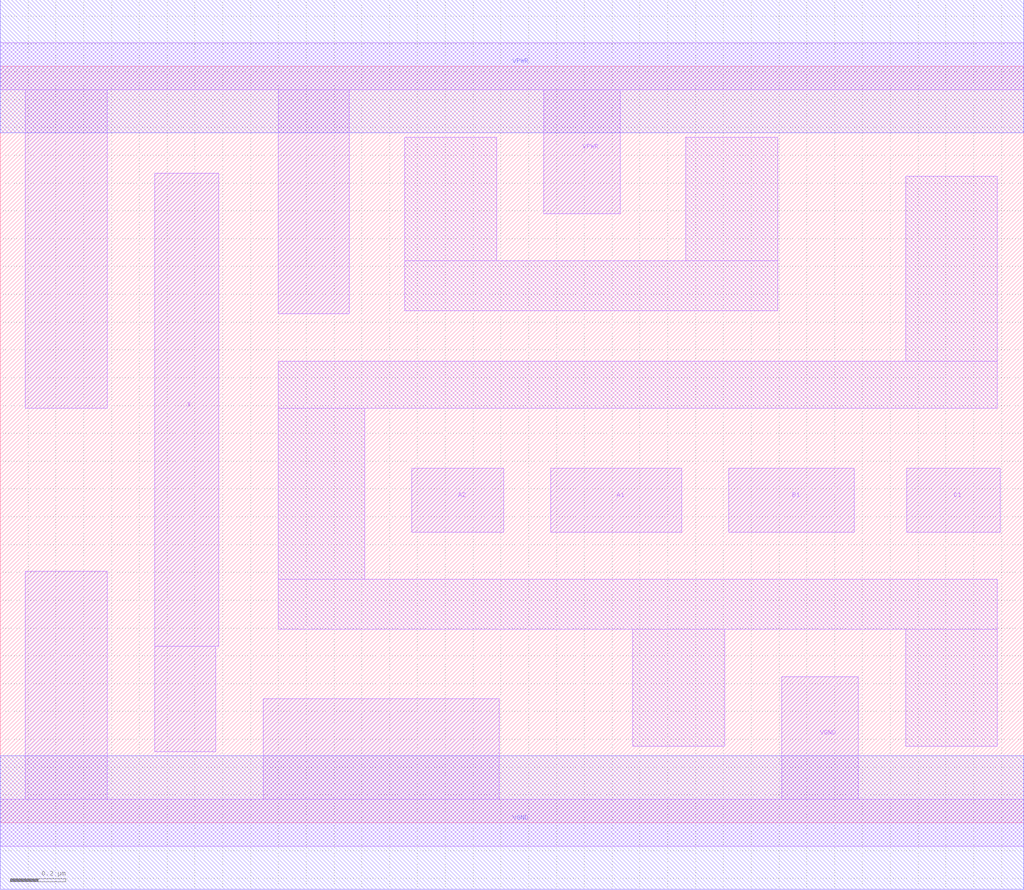
<source format=lef>
# Copyright 2020 The SkyWater PDK Authors
#
# Licensed under the Apache License, Version 2.0 (the "License");
# you may not use this file except in compliance with the License.
# You may obtain a copy of the License at
#
#     https://www.apache.org/licenses/LICENSE-2.0
#
# Unless required by applicable law or agreed to in writing, software
# distributed under the License is distributed on an "AS IS" BASIS,
# WITHOUT WARRANTIES OR CONDITIONS OF ANY KIND, either express or implied.
# See the License for the specific language governing permissions and
# limitations under the License.
#
# SPDX-License-Identifier: Apache-2.0

VERSION 5.5 ;
NAMESCASESENSITIVE ON ;
BUSBITCHARS "[]" ;
DIVIDERCHAR "/" ;
MACRO sky130_fd_sc_hd__a211o_2
  CLASS CORE ;
  SOURCE USER ;
  ORIGIN  0.000000  0.000000 ;
  SIZE  3.680000 BY  2.720000 ;
  SYMMETRY X Y R90 ;
  SITE unithd ;
  PIN A1
    ANTENNAGATEAREA  0.247500 ;
    DIRECTION INPUT ;
    USE SIGNAL ;
    PORT
      LAYER li1 ;
        RECT 1.980000 1.045000 2.450000 1.275000 ;
    END
  END A1
  PIN A2
    ANTENNAGATEAREA  0.247500 ;
    DIRECTION INPUT ;
    USE SIGNAL ;
    PORT
      LAYER li1 ;
        RECT 1.480000 1.045000 1.810000 1.275000 ;
    END
  END A2
  PIN B1
    ANTENNAGATEAREA  0.247500 ;
    DIRECTION INPUT ;
    USE SIGNAL ;
    PORT
      LAYER li1 ;
        RECT 2.620000 1.045000 3.070000 1.275000 ;
    END
  END B1
  PIN C1
    ANTENNAGATEAREA  0.247500 ;
    DIRECTION INPUT ;
    USE SIGNAL ;
    PORT
      LAYER li1 ;
        RECT 3.260000 1.045000 3.595000 1.275000 ;
    END
  END C1
  PIN X
    ANTENNADIFFAREA  0.452000 ;
    DIRECTION OUTPUT ;
    USE SIGNAL ;
    PORT
      LAYER li1 ;
        RECT 0.555000 0.255000 0.775000 0.635000 ;
        RECT 0.555000 0.635000 0.785000 2.335000 ;
    END
  END X
  PIN VGND
    DIRECTION INOUT ;
    SHAPE ABUTMENT ;
    USE GROUND ;
    PORT
      LAYER li1 ;
        RECT 0.000000 -0.085000 3.680000 0.085000 ;
        RECT 0.090000  0.085000 0.385000 0.905000 ;
        RECT 0.945000  0.085000 1.795000 0.445000 ;
        RECT 2.810000  0.085000 3.085000 0.525000 ;
    END
    PORT
      LAYER met1 ;
        RECT 0.000000 -0.240000 3.680000 0.240000 ;
    END
  END VGND
  PIN VPWR
    DIRECTION INOUT ;
    SHAPE ABUTMENT ;
    USE POWER ;
    PORT
      LAYER li1 ;
        RECT 0.000000 2.635000 3.680000 2.805000 ;
        RECT 0.090000 1.490000 0.385000 2.635000 ;
        RECT 1.000000 1.830000 1.255000 2.635000 ;
        RECT 1.955000 2.190000 2.230000 2.635000 ;
    END
    PORT
      LAYER met1 ;
        RECT 0.000000 2.480000 3.680000 2.960000 ;
    END
  END VPWR
  OBS
    LAYER li1 ;
      RECT 1.000000 0.695000 3.585000 0.875000 ;
      RECT 1.000000 0.875000 1.310000 1.490000 ;
      RECT 1.000000 1.490000 3.585000 1.660000 ;
      RECT 1.455000 1.840000 2.795000 2.020000 ;
      RECT 1.455000 2.020000 1.785000 2.465000 ;
      RECT 2.275000 0.275000 2.605000 0.695000 ;
      RECT 2.465000 2.020000 2.795000 2.465000 ;
      RECT 3.255000 0.275000 3.585000 0.695000 ;
      RECT 3.255000 1.660000 3.585000 2.325000 ;
  END
END sky130_fd_sc_hd__a211o_2
END LIBRARY

</source>
